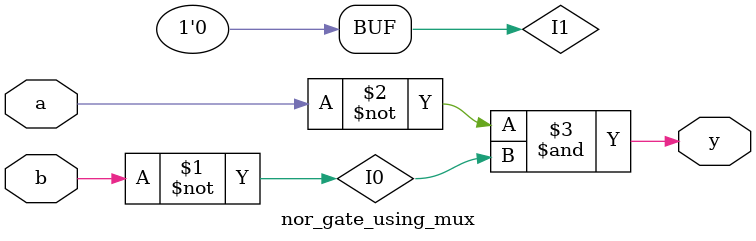
<source format=v>
module nor_gate_using_mux (
    input wire a,
    input wire b,
    output wire y
);
    wire I0; 
    wire I1;
    assign I0 = ~b;
    assign I1 = 1'b0;
  assign y = (~a & I0) | (a & I1);
endmodule

</source>
